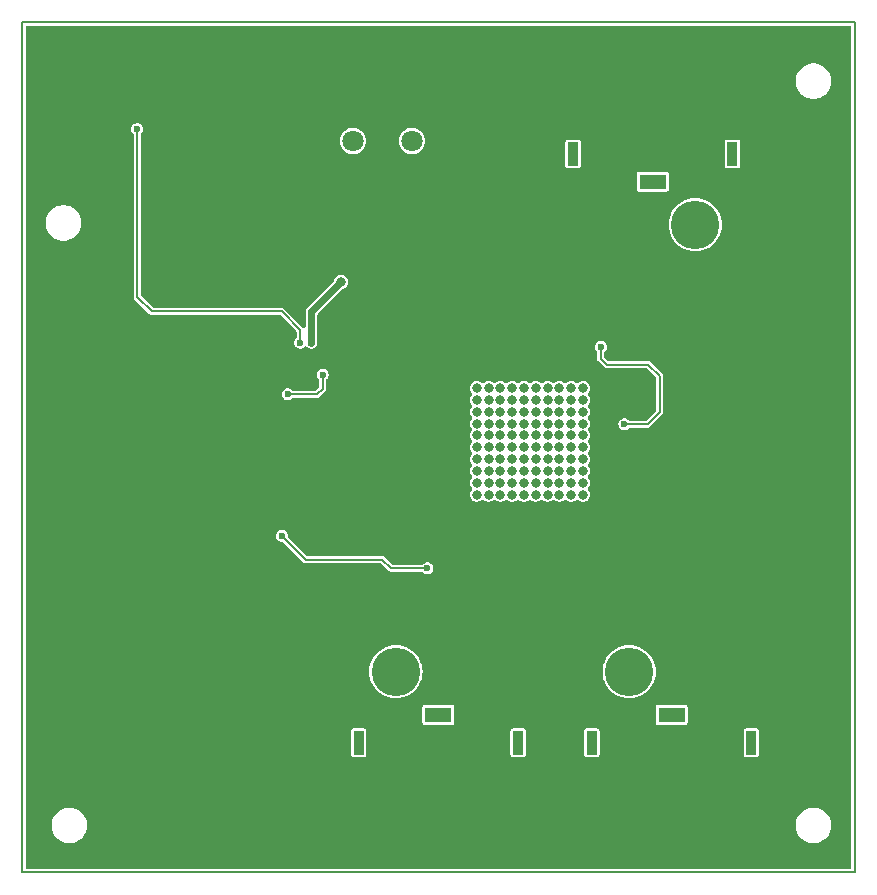
<source format=gbr>
%TF.GenerationSoftware,KiCad,Pcbnew,8.0.6*%
%TF.CreationDate,2025-03-28T18:59:19-04:00*%
%TF.ProjectId,Electrical schematic,456c6563-7472-4696-9361-6c2073636865,rev?*%
%TF.SameCoordinates,Original*%
%TF.FileFunction,Copper,L2,Bot*%
%TF.FilePolarity,Positive*%
%FSLAX46Y46*%
G04 Gerber Fmt 4.6, Leading zero omitted, Abs format (unit mm)*
G04 Created by KiCad (PCBNEW 8.0.6) date 2025-03-28 18:59:19*
%MOMM*%
%LPD*%
G01*
G04 APERTURE LIST*
G04 Aperture macros list*
%AMRoundRect*
0 Rectangle with rounded corners*
0 $1 Rounding radius*
0 $2 $3 $4 $5 $6 $7 $8 $9 X,Y pos of 4 corners*
0 Add a 4 corners polygon primitive as box body*
4,1,4,$2,$3,$4,$5,$6,$7,$8,$9,$2,$3,0*
0 Add four circle primitives for the rounded corners*
1,1,$1+$1,$2,$3*
1,1,$1+$1,$4,$5*
1,1,$1+$1,$6,$7*
1,1,$1+$1,$8,$9*
0 Add four rect primitives between the rounded corners*
20,1,$1+$1,$2,$3,$4,$5,0*
20,1,$1+$1,$4,$5,$6,$7,0*
20,1,$1+$1,$6,$7,$8,$9,0*
20,1,$1+$1,$8,$9,$2,$3,0*%
G04 Aperture macros list end*
%TA.AperFunction,NonConductor*%
%ADD10C,0.200000*%
%TD*%
%TA.AperFunction,ComponentPad*%
%ADD11C,1.803400*%
%TD*%
%TA.AperFunction,ComponentPad*%
%ADD12R,0.900000X2.000000*%
%TD*%
%TA.AperFunction,ComponentPad*%
%ADD13RoundRect,1.025000X1.025000X1.025000X-1.025000X1.025000X-1.025000X-1.025000X1.025000X-1.025000X0*%
%TD*%
%TA.AperFunction,ComponentPad*%
%ADD14C,4.100000*%
%TD*%
%TA.AperFunction,ComponentPad*%
%ADD15R,2.300000X1.300000*%
%TD*%
%TA.AperFunction,ComponentPad*%
%ADD16RoundRect,1.025000X-1.025000X-1.025000X1.025000X-1.025000X1.025000X1.025000X-1.025000X1.025000X0*%
%TD*%
%TA.AperFunction,ViaPad*%
%ADD17C,1.000000*%
%TD*%
%TA.AperFunction,ViaPad*%
%ADD18C,0.800000*%
%TD*%
%TA.AperFunction,ViaPad*%
%ADD19C,0.600000*%
%TD*%
%TA.AperFunction,Conductor*%
%ADD20C,0.600000*%
%TD*%
%TA.AperFunction,Conductor*%
%ADD21C,0.200000*%
%TD*%
G04 APERTURE END LIST*
D10*
X93000000Y-61500000D02*
X163500000Y-61500000D01*
X163500000Y-133500000D01*
X93000000Y-133500000D01*
X93000000Y-61500000D01*
D11*
%TO.P,U5,5*%
%TO.N,N/C*%
X126017400Y-71570102D03*
%TO.P,U5,6*%
X121017400Y-71570102D03*
%TD*%
D12*
%TO.P,J3,*%
%TO.N,*%
X154750000Y-122500000D03*
X141250000Y-122500000D03*
D13*
%TO.P,J3,1,+*%
%TO.N,GND*%
X151600000Y-116500000D03*
D14*
%TO.P,J3,2,-*%
%TO.N,/Buck Converter/Vin (12V)*%
X144400000Y-116500000D03*
D15*
%TO.P,J3,3*%
%TO.N,N/C*%
X148000000Y-120150000D03*
%TD*%
D12*
%TO.P,J2,*%
%TO.N,*%
X135000000Y-122500000D03*
X121500000Y-122500000D03*
D13*
%TO.P,J2,1,+*%
%TO.N,GND*%
X131850000Y-116500000D03*
D14*
%TO.P,J2,2,-*%
%TO.N,/Current Sensor/CURRENT IN*%
X124650000Y-116500000D03*
D15*
%TO.P,J2,3*%
%TO.N,N/C*%
X128250000Y-120150000D03*
%TD*%
D12*
%TO.P,J5,*%
%TO.N,*%
X139650000Y-72650000D03*
X153150000Y-72650000D03*
D16*
%TO.P,J5,1,+*%
%TO.N,GND*%
X142800000Y-78650000D03*
D14*
%TO.P,J5,2,-*%
%TO.N,/Buck Converter/Vout (5V 5A)*%
X150000000Y-78650000D03*
D15*
%TO.P,J5,3*%
%TO.N,N/C*%
X146400000Y-75000000D03*
%TD*%
D17*
%TO.N,GND*%
X156255900Y-105467600D03*
X156255900Y-88532400D03*
X143705598Y-86000000D03*
D18*
%TO.N,/Buck Converter/Vout (5V 5A)*%
X120000000Y-83500000D03*
D19*
X117500000Y-88647450D03*
%TO.N,Net-(U4-S)*%
X116549999Y-88647450D03*
X102750000Y-70549501D03*
D17*
%TO.N,GND*%
X144000000Y-96810000D03*
X97750000Y-70549501D03*
X120517401Y-75770101D03*
X117500000Y-91352550D03*
D19*
X122147450Y-96000000D03*
X118500000Y-97549999D03*
D17*
X119962500Y-108500000D03*
X119962500Y-103500000D03*
D19*
%TO.N,/Current Sensor/VOLTAGE OUT (of reading)*%
X118450001Y-91352550D03*
X115500000Y-93000000D03*
X127325001Y-107730000D03*
X115000000Y-105000000D03*
D17*
%TO.N,GND*%
X127325001Y-105190000D03*
X156255900Y-97000000D03*
D19*
%TO.N,Net-(U1-FB)*%
X142000000Y-89000000D03*
X144000000Y-95540000D03*
D18*
%TO.N,unconnected-(U1-Pad8)*%
X137500000Y-92500000D03*
X140500000Y-92500000D03*
X139500000Y-92500000D03*
X135500000Y-92500000D03*
X133500000Y-93500000D03*
X136500000Y-92500000D03*
X132500000Y-92500000D03*
X139500000Y-93500000D03*
X139500000Y-94500000D03*
X138500000Y-93500000D03*
X136500000Y-95500000D03*
X135500000Y-94500000D03*
X135500000Y-95500000D03*
X139500000Y-96500000D03*
X134500000Y-97500000D03*
X134500000Y-94500000D03*
X136500000Y-98500000D03*
X139500000Y-98500000D03*
X133500000Y-98500000D03*
X133500000Y-95500000D03*
X135500000Y-97500000D03*
X138500000Y-98500000D03*
X139500000Y-100500000D03*
X137500000Y-97500000D03*
X133500000Y-94500000D03*
X140500000Y-97500000D03*
X139500000Y-97500000D03*
X134500000Y-92500000D03*
X138500000Y-95500000D03*
X133500000Y-97500000D03*
X138500000Y-97500000D03*
X140500000Y-95500000D03*
X138500000Y-94500000D03*
X136500000Y-94500000D03*
X137500000Y-96500000D03*
X135500000Y-98500000D03*
X136500000Y-97500000D03*
X137500000Y-99500000D03*
X133500000Y-96500000D03*
X140500000Y-98500000D03*
X139500000Y-99500000D03*
X137500000Y-93500000D03*
X136500000Y-93500000D03*
X138500000Y-96500000D03*
X137500000Y-98500000D03*
X138500000Y-99500000D03*
X137500000Y-95500000D03*
X139500000Y-95500000D03*
X137500000Y-94500000D03*
X135500000Y-93500000D03*
X134500000Y-96500000D03*
X140500000Y-100500000D03*
X136500000Y-96500000D03*
X140500000Y-96500000D03*
X140500000Y-99500000D03*
X138500000Y-101500000D03*
X135500000Y-100500000D03*
X136500000Y-100500000D03*
X137500000Y-100500000D03*
X138500000Y-100500000D03*
X131500000Y-99500000D03*
X140500000Y-94500000D03*
X131500000Y-97500000D03*
X131500000Y-101500000D03*
X131500000Y-100500000D03*
X136500000Y-101500000D03*
X134500000Y-101500000D03*
X133500000Y-100500000D03*
X132500000Y-94500000D03*
X132500000Y-99500000D03*
X132500000Y-100500000D03*
X136500000Y-99500000D03*
X131500000Y-94500000D03*
X135500000Y-101500000D03*
X132500000Y-101500000D03*
X132500000Y-97500000D03*
X131500000Y-92500000D03*
X134500000Y-93500000D03*
X135500000Y-96500000D03*
X131500000Y-95500000D03*
X133500000Y-101500000D03*
X133500000Y-99500000D03*
X132500000Y-93500000D03*
X132500000Y-95500000D03*
X140500000Y-101500000D03*
X140500000Y-93500000D03*
X134500000Y-95500000D03*
X134500000Y-98500000D03*
X131500000Y-96500000D03*
X133500000Y-92500000D03*
X134500000Y-99500000D03*
X137500000Y-101500000D03*
X131500000Y-98500000D03*
X131500000Y-93500000D03*
X134500000Y-100500000D03*
X132500000Y-96500000D03*
X135500000Y-99500000D03*
X138500000Y-92500000D03*
X132500000Y-98500000D03*
X139500000Y-101500000D03*
%TD*%
D20*
%TO.N,/Buck Converter/Vout (5V 5A)*%
X117500000Y-86000000D02*
X120000000Y-83500000D01*
X117500000Y-88647450D02*
X117500000Y-86000000D01*
D21*
%TO.N,Net-(U4-S)*%
X104000000Y-86000000D02*
X102750000Y-84750000D01*
X115000000Y-86000000D02*
X104000000Y-86000000D01*
X102750000Y-84750000D02*
X102750000Y-70549501D01*
X116549999Y-88647450D02*
X116549999Y-87549999D01*
X116549999Y-87549999D02*
X115000000Y-86000000D01*
%TO.N,/Current Sensor/VOLTAGE OUT (of reading)*%
X118450001Y-92549999D02*
X118450001Y-91352550D01*
X118000000Y-93000000D02*
X118450001Y-92549999D01*
X115500000Y-93000000D02*
X118000000Y-93000000D01*
X124230000Y-107730000D02*
X127325001Y-107730000D01*
X123500000Y-107000000D02*
X124230000Y-107730000D01*
X115000000Y-105000000D02*
X117000000Y-107000000D01*
X117000000Y-107000000D02*
X123500000Y-107000000D01*
%TO.N,Net-(U1-FB)*%
X142500000Y-90500000D02*
X142000000Y-90000000D01*
X142000000Y-90000000D02*
X142000000Y-89000000D01*
X146000000Y-90500000D02*
X142500000Y-90500000D01*
X147000000Y-91500000D02*
X146000000Y-90500000D01*
X145960000Y-95540000D02*
X147000000Y-94500000D01*
X144000000Y-95540000D02*
X145960000Y-95540000D01*
X147000000Y-94500000D02*
X147000000Y-91500000D01*
%TD*%
%TA.AperFunction,Conductor*%
%TO.N,GND*%
G36*
X163142539Y-61820185D02*
G01*
X163188294Y-61872989D01*
X163199500Y-61924500D01*
X163199500Y-133075500D01*
X163179815Y-133142539D01*
X163127011Y-133188294D01*
X163075500Y-133199500D01*
X93424500Y-133199500D01*
X93357461Y-133179815D01*
X93311706Y-133127011D01*
X93300500Y-133075500D01*
X93300500Y-129381902D01*
X95499500Y-129381902D01*
X95499500Y-129618097D01*
X95536446Y-129851368D01*
X95609433Y-130075996D01*
X95716657Y-130286433D01*
X95855483Y-130477510D01*
X96022490Y-130644517D01*
X96213567Y-130783343D01*
X96312991Y-130834002D01*
X96424003Y-130890566D01*
X96424005Y-130890566D01*
X96424008Y-130890568D01*
X96544412Y-130929689D01*
X96648631Y-130963553D01*
X96881903Y-131000500D01*
X96881908Y-131000500D01*
X97118097Y-131000500D01*
X97351368Y-130963553D01*
X97575992Y-130890568D01*
X97786433Y-130783343D01*
X97977510Y-130644517D01*
X98144517Y-130477510D01*
X98283343Y-130286433D01*
X98390568Y-130075992D01*
X98463553Y-129851368D01*
X98500500Y-129618097D01*
X98500500Y-129381902D01*
X158499500Y-129381902D01*
X158499500Y-129618097D01*
X158536446Y-129851368D01*
X158609433Y-130075996D01*
X158716657Y-130286433D01*
X158855483Y-130477510D01*
X159022490Y-130644517D01*
X159213567Y-130783343D01*
X159312991Y-130834002D01*
X159424003Y-130890566D01*
X159424005Y-130890566D01*
X159424008Y-130890568D01*
X159544412Y-130929689D01*
X159648631Y-130963553D01*
X159881903Y-131000500D01*
X159881908Y-131000500D01*
X160118097Y-131000500D01*
X160351368Y-130963553D01*
X160575992Y-130890568D01*
X160786433Y-130783343D01*
X160977510Y-130644517D01*
X161144517Y-130477510D01*
X161283343Y-130286433D01*
X161390568Y-130075992D01*
X161463553Y-129851368D01*
X161500500Y-129618097D01*
X161500500Y-129381902D01*
X161463553Y-129148631D01*
X161390566Y-128924003D01*
X161283342Y-128713566D01*
X161144517Y-128522490D01*
X160977510Y-128355483D01*
X160786433Y-128216657D01*
X160575996Y-128109433D01*
X160351368Y-128036446D01*
X160118097Y-127999500D01*
X160118092Y-127999500D01*
X159881908Y-127999500D01*
X159881903Y-127999500D01*
X159648631Y-128036446D01*
X159424003Y-128109433D01*
X159213566Y-128216657D01*
X159104550Y-128295862D01*
X159022490Y-128355483D01*
X159022488Y-128355485D01*
X159022487Y-128355485D01*
X158855485Y-128522487D01*
X158855485Y-128522488D01*
X158855483Y-128522490D01*
X158795862Y-128604550D01*
X158716657Y-128713566D01*
X158609433Y-128924003D01*
X158536446Y-129148631D01*
X158499500Y-129381902D01*
X98500500Y-129381902D01*
X98463553Y-129148631D01*
X98390566Y-128924003D01*
X98283342Y-128713566D01*
X98144517Y-128522490D01*
X97977510Y-128355483D01*
X97786433Y-128216657D01*
X97575996Y-128109433D01*
X97351368Y-128036446D01*
X97118097Y-127999500D01*
X97118092Y-127999500D01*
X96881908Y-127999500D01*
X96881903Y-127999500D01*
X96648631Y-128036446D01*
X96424003Y-128109433D01*
X96213566Y-128216657D01*
X96104550Y-128295862D01*
X96022490Y-128355483D01*
X96022488Y-128355485D01*
X96022487Y-128355485D01*
X95855485Y-128522487D01*
X95855485Y-128522488D01*
X95855483Y-128522490D01*
X95795862Y-128604550D01*
X95716657Y-128713566D01*
X95609433Y-128924003D01*
X95536446Y-129148631D01*
X95499500Y-129381902D01*
X93300500Y-129381902D01*
X93300500Y-121480247D01*
X120849500Y-121480247D01*
X120849500Y-123519752D01*
X120861131Y-123578229D01*
X120861132Y-123578230D01*
X120905447Y-123644552D01*
X120971769Y-123688867D01*
X120971770Y-123688868D01*
X121030247Y-123700499D01*
X121030250Y-123700500D01*
X121030252Y-123700500D01*
X121969750Y-123700500D01*
X121969751Y-123700499D01*
X121984568Y-123697552D01*
X122028229Y-123688868D01*
X122028229Y-123688867D01*
X122028231Y-123688867D01*
X122094552Y-123644552D01*
X122138867Y-123578231D01*
X122138867Y-123578229D01*
X122138868Y-123578229D01*
X122150499Y-123519752D01*
X122150500Y-123519750D01*
X122150500Y-121480249D01*
X122150499Y-121480247D01*
X134349500Y-121480247D01*
X134349500Y-123519752D01*
X134361131Y-123578229D01*
X134361132Y-123578230D01*
X134405447Y-123644552D01*
X134471769Y-123688867D01*
X134471770Y-123688868D01*
X134530247Y-123700499D01*
X134530250Y-123700500D01*
X134530252Y-123700500D01*
X135469750Y-123700500D01*
X135469751Y-123700499D01*
X135484568Y-123697552D01*
X135528229Y-123688868D01*
X135528229Y-123688867D01*
X135528231Y-123688867D01*
X135594552Y-123644552D01*
X135638867Y-123578231D01*
X135638867Y-123578229D01*
X135638868Y-123578229D01*
X135650499Y-123519752D01*
X135650500Y-123519750D01*
X135650500Y-121480249D01*
X135650499Y-121480247D01*
X140599500Y-121480247D01*
X140599500Y-123519752D01*
X140611131Y-123578229D01*
X140611132Y-123578230D01*
X140655447Y-123644552D01*
X140721769Y-123688867D01*
X140721770Y-123688868D01*
X140780247Y-123700499D01*
X140780250Y-123700500D01*
X140780252Y-123700500D01*
X141719750Y-123700500D01*
X141719751Y-123700499D01*
X141734568Y-123697552D01*
X141778229Y-123688868D01*
X141778229Y-123688867D01*
X141778231Y-123688867D01*
X141844552Y-123644552D01*
X141888867Y-123578231D01*
X141888867Y-123578229D01*
X141888868Y-123578229D01*
X141900499Y-123519752D01*
X141900500Y-123519750D01*
X141900500Y-121480249D01*
X141900499Y-121480247D01*
X154099500Y-121480247D01*
X154099500Y-123519752D01*
X154111131Y-123578229D01*
X154111132Y-123578230D01*
X154155447Y-123644552D01*
X154221769Y-123688867D01*
X154221770Y-123688868D01*
X154280247Y-123700499D01*
X154280250Y-123700500D01*
X154280252Y-123700500D01*
X155219750Y-123700500D01*
X155219751Y-123700499D01*
X155234568Y-123697552D01*
X155278229Y-123688868D01*
X155278229Y-123688867D01*
X155278231Y-123688867D01*
X155344552Y-123644552D01*
X155388867Y-123578231D01*
X155388867Y-123578229D01*
X155388868Y-123578229D01*
X155400499Y-123519752D01*
X155400500Y-123519750D01*
X155400500Y-121480249D01*
X155400499Y-121480247D01*
X155388868Y-121421770D01*
X155388867Y-121421769D01*
X155344552Y-121355447D01*
X155278230Y-121311132D01*
X155278229Y-121311131D01*
X155219752Y-121299500D01*
X155219748Y-121299500D01*
X154280252Y-121299500D01*
X154280247Y-121299500D01*
X154221770Y-121311131D01*
X154221769Y-121311132D01*
X154155447Y-121355447D01*
X154111132Y-121421769D01*
X154111131Y-121421770D01*
X154099500Y-121480247D01*
X141900499Y-121480247D01*
X141888868Y-121421770D01*
X141888867Y-121421769D01*
X141844552Y-121355447D01*
X141778230Y-121311132D01*
X141778229Y-121311131D01*
X141719752Y-121299500D01*
X141719748Y-121299500D01*
X140780252Y-121299500D01*
X140780247Y-121299500D01*
X140721770Y-121311131D01*
X140721769Y-121311132D01*
X140655447Y-121355447D01*
X140611132Y-121421769D01*
X140611131Y-121421770D01*
X140599500Y-121480247D01*
X135650499Y-121480247D01*
X135638868Y-121421770D01*
X135638867Y-121421769D01*
X135594552Y-121355447D01*
X135528230Y-121311132D01*
X135528229Y-121311131D01*
X135469752Y-121299500D01*
X135469748Y-121299500D01*
X134530252Y-121299500D01*
X134530247Y-121299500D01*
X134471770Y-121311131D01*
X134471769Y-121311132D01*
X134405447Y-121355447D01*
X134361132Y-121421769D01*
X134361131Y-121421770D01*
X134349500Y-121480247D01*
X122150499Y-121480247D01*
X122138868Y-121421770D01*
X122138867Y-121421769D01*
X122094552Y-121355447D01*
X122028230Y-121311132D01*
X122028229Y-121311131D01*
X121969752Y-121299500D01*
X121969748Y-121299500D01*
X121030252Y-121299500D01*
X121030247Y-121299500D01*
X120971770Y-121311131D01*
X120971769Y-121311132D01*
X120905447Y-121355447D01*
X120861132Y-121421769D01*
X120861131Y-121421770D01*
X120849500Y-121480247D01*
X93300500Y-121480247D01*
X93300500Y-119480247D01*
X126899500Y-119480247D01*
X126899500Y-120819752D01*
X126911131Y-120878229D01*
X126911132Y-120878230D01*
X126955447Y-120944552D01*
X127021769Y-120988867D01*
X127021770Y-120988868D01*
X127080247Y-121000499D01*
X127080250Y-121000500D01*
X127080252Y-121000500D01*
X129419750Y-121000500D01*
X129419751Y-121000499D01*
X129434568Y-120997552D01*
X129478229Y-120988868D01*
X129478229Y-120988867D01*
X129478231Y-120988867D01*
X129544552Y-120944552D01*
X129588867Y-120878231D01*
X129588867Y-120878229D01*
X129588868Y-120878229D01*
X129600499Y-120819752D01*
X129600500Y-120819750D01*
X129600500Y-119480249D01*
X129600499Y-119480247D01*
X146649500Y-119480247D01*
X146649500Y-120819752D01*
X146661131Y-120878229D01*
X146661132Y-120878230D01*
X146705447Y-120944552D01*
X146771769Y-120988867D01*
X146771770Y-120988868D01*
X146830247Y-121000499D01*
X146830250Y-121000500D01*
X146830252Y-121000500D01*
X149169750Y-121000500D01*
X149169751Y-121000499D01*
X149184568Y-120997552D01*
X149228229Y-120988868D01*
X149228229Y-120988867D01*
X149228231Y-120988867D01*
X149294552Y-120944552D01*
X149338867Y-120878231D01*
X149338867Y-120878229D01*
X149338868Y-120878229D01*
X149350499Y-120819752D01*
X149350500Y-120819750D01*
X149350500Y-119480249D01*
X149350499Y-119480247D01*
X149338868Y-119421770D01*
X149338867Y-119421769D01*
X149294552Y-119355447D01*
X149228230Y-119311132D01*
X149228229Y-119311131D01*
X149169752Y-119299500D01*
X149169748Y-119299500D01*
X146830252Y-119299500D01*
X146830247Y-119299500D01*
X146771770Y-119311131D01*
X146771769Y-119311132D01*
X146705447Y-119355447D01*
X146661132Y-119421769D01*
X146661131Y-119421770D01*
X146649500Y-119480247D01*
X129600499Y-119480247D01*
X129588868Y-119421770D01*
X129588867Y-119421769D01*
X129544552Y-119355447D01*
X129478230Y-119311132D01*
X129478229Y-119311131D01*
X129419752Y-119299500D01*
X129419748Y-119299500D01*
X127080252Y-119299500D01*
X127080247Y-119299500D01*
X127021770Y-119311131D01*
X127021769Y-119311132D01*
X126955447Y-119355447D01*
X126911132Y-119421769D01*
X126911131Y-119421770D01*
X126899500Y-119480247D01*
X93300500Y-119480247D01*
X93300500Y-116499992D01*
X122394671Y-116499992D01*
X122394671Y-116500007D01*
X122413964Y-116794363D01*
X122413965Y-116794373D01*
X122413966Y-116794380D01*
X122413968Y-116794390D01*
X122471518Y-117083716D01*
X122471521Y-117083730D01*
X122566349Y-117363080D01*
X122696825Y-117627660D01*
X122696829Y-117627667D01*
X122860725Y-117872955D01*
X123055241Y-118094758D01*
X123277043Y-118289273D01*
X123522335Y-118453172D01*
X123786923Y-118583652D01*
X124066278Y-118678481D01*
X124355620Y-118736034D01*
X124383888Y-118737886D01*
X124649993Y-118755329D01*
X124650000Y-118755329D01*
X124650007Y-118755329D01*
X124885675Y-118739881D01*
X124944380Y-118736034D01*
X125233722Y-118678481D01*
X125513077Y-118583652D01*
X125777665Y-118453172D01*
X126022957Y-118289273D01*
X126244758Y-118094758D01*
X126439273Y-117872957D01*
X126603172Y-117627665D01*
X126733652Y-117363077D01*
X126828481Y-117083722D01*
X126886034Y-116794380D01*
X126905329Y-116500000D01*
X126905329Y-116499992D01*
X142144671Y-116499992D01*
X142144671Y-116500007D01*
X142163964Y-116794363D01*
X142163965Y-116794373D01*
X142163966Y-116794380D01*
X142163968Y-116794390D01*
X142221518Y-117083716D01*
X142221521Y-117083730D01*
X142316349Y-117363080D01*
X142446825Y-117627660D01*
X142446829Y-117627667D01*
X142610725Y-117872955D01*
X142805241Y-118094758D01*
X143027043Y-118289273D01*
X143272335Y-118453172D01*
X143536923Y-118583652D01*
X143816278Y-118678481D01*
X144105620Y-118736034D01*
X144133888Y-118737886D01*
X144399993Y-118755329D01*
X144400000Y-118755329D01*
X144400007Y-118755329D01*
X144635675Y-118739881D01*
X144694380Y-118736034D01*
X144983722Y-118678481D01*
X145263077Y-118583652D01*
X145527665Y-118453172D01*
X145772957Y-118289273D01*
X145994758Y-118094758D01*
X146189273Y-117872957D01*
X146353172Y-117627665D01*
X146483652Y-117363077D01*
X146578481Y-117083722D01*
X146636034Y-116794380D01*
X146655329Y-116500000D01*
X146655329Y-116499992D01*
X146636035Y-116205636D01*
X146636034Y-116205620D01*
X146578481Y-115916278D01*
X146483652Y-115636923D01*
X146353172Y-115372336D01*
X146189273Y-115127043D01*
X146146655Y-115078447D01*
X145994758Y-114905241D01*
X145772955Y-114710725D01*
X145527667Y-114546829D01*
X145527660Y-114546825D01*
X145263080Y-114416349D01*
X144983730Y-114321521D01*
X144983724Y-114321519D01*
X144983722Y-114321519D01*
X144694380Y-114263966D01*
X144694373Y-114263965D01*
X144694363Y-114263964D01*
X144400007Y-114244671D01*
X144399993Y-114244671D01*
X144105636Y-114263964D01*
X144105624Y-114263965D01*
X144105620Y-114263966D01*
X144105612Y-114263967D01*
X144105609Y-114263968D01*
X143816283Y-114321518D01*
X143816269Y-114321521D01*
X143536919Y-114416349D01*
X143272334Y-114546828D01*
X143027041Y-114710728D01*
X142805241Y-114905241D01*
X142610728Y-115127041D01*
X142446828Y-115372334D01*
X142316349Y-115636919D01*
X142221521Y-115916269D01*
X142221518Y-115916283D01*
X142163968Y-116205609D01*
X142163964Y-116205636D01*
X142144671Y-116499992D01*
X126905329Y-116499992D01*
X126886035Y-116205636D01*
X126886034Y-116205620D01*
X126828481Y-115916278D01*
X126733652Y-115636923D01*
X126603172Y-115372336D01*
X126439273Y-115127043D01*
X126396655Y-115078447D01*
X126244758Y-114905241D01*
X126022955Y-114710725D01*
X125777667Y-114546829D01*
X125777660Y-114546825D01*
X125513080Y-114416349D01*
X125233730Y-114321521D01*
X125233724Y-114321519D01*
X125233722Y-114321519D01*
X124944380Y-114263966D01*
X124944373Y-114263965D01*
X124944363Y-114263964D01*
X124650007Y-114244671D01*
X124649993Y-114244671D01*
X124355636Y-114263964D01*
X124355624Y-114263965D01*
X124355620Y-114263966D01*
X124355612Y-114263967D01*
X124355609Y-114263968D01*
X124066283Y-114321518D01*
X124066269Y-114321521D01*
X123786919Y-114416349D01*
X123522334Y-114546828D01*
X123277041Y-114710728D01*
X123055241Y-114905241D01*
X122860728Y-115127041D01*
X122696828Y-115372334D01*
X122566349Y-115636919D01*
X122471521Y-115916269D01*
X122471518Y-115916283D01*
X122413968Y-116205609D01*
X122413964Y-116205636D01*
X122394671Y-116499992D01*
X93300500Y-116499992D01*
X93300500Y-105000000D01*
X114494353Y-105000000D01*
X114514834Y-105142456D01*
X114574622Y-105273371D01*
X114574623Y-105273373D01*
X114668872Y-105382143D01*
X114789947Y-105459953D01*
X114789950Y-105459954D01*
X114789949Y-105459954D01*
X114897107Y-105491417D01*
X114925280Y-105499690D01*
X114928036Y-105500499D01*
X114928038Y-105500500D01*
X115024167Y-105500500D01*
X115091206Y-105520185D01*
X115111848Y-105536819D01*
X116759540Y-107184511D01*
X116815489Y-107240460D01*
X116815491Y-107240461D01*
X116815495Y-107240464D01*
X116866732Y-107270045D01*
X116884011Y-107280021D01*
X116960438Y-107300500D01*
X123324167Y-107300500D01*
X123391206Y-107320185D01*
X123411848Y-107336819D01*
X123989540Y-107914511D01*
X124045489Y-107970460D01*
X124045491Y-107970461D01*
X124045495Y-107970464D01*
X124102493Y-108003371D01*
X124114011Y-108010021D01*
X124190438Y-108030500D01*
X124269562Y-108030500D01*
X126866500Y-108030500D01*
X126933539Y-108050185D01*
X126960212Y-108073296D01*
X126993873Y-108112143D01*
X127114948Y-108189953D01*
X127114951Y-108189954D01*
X127114950Y-108189954D01*
X127253037Y-108230499D01*
X127253039Y-108230500D01*
X127253040Y-108230500D01*
X127396963Y-108230500D01*
X127396963Y-108230499D01*
X127535054Y-108189953D01*
X127656129Y-108112143D01*
X127750378Y-108003373D01*
X127810166Y-107872457D01*
X127830648Y-107730000D01*
X127810166Y-107587543D01*
X127750378Y-107456627D01*
X127656129Y-107347857D01*
X127535054Y-107270047D01*
X127535052Y-107270046D01*
X127535050Y-107270045D01*
X127535051Y-107270045D01*
X127396964Y-107229500D01*
X127396962Y-107229500D01*
X127253040Y-107229500D01*
X127253037Y-107229500D01*
X127114950Y-107270045D01*
X126993874Y-107347856D01*
X126960213Y-107386703D01*
X126901434Y-107424477D01*
X126866500Y-107429500D01*
X124405833Y-107429500D01*
X124338794Y-107409815D01*
X124318152Y-107393181D01*
X123684512Y-106759541D01*
X123684504Y-106759535D01*
X123615995Y-106719982D01*
X123615990Y-106719979D01*
X123590513Y-106713152D01*
X123539562Y-106699500D01*
X123539560Y-106699500D01*
X117175833Y-106699500D01*
X117108794Y-106679815D01*
X117088152Y-106663181D01*
X115539395Y-105114424D01*
X115505910Y-105053101D01*
X115504339Y-105009094D01*
X115505647Y-105000000D01*
X115485165Y-104857543D01*
X115425377Y-104726627D01*
X115331128Y-104617857D01*
X115210053Y-104540047D01*
X115210051Y-104540046D01*
X115210049Y-104540045D01*
X115210050Y-104540045D01*
X115071963Y-104499500D01*
X115071961Y-104499500D01*
X114928039Y-104499500D01*
X114928036Y-104499500D01*
X114789949Y-104540045D01*
X114668873Y-104617856D01*
X114574623Y-104726626D01*
X114574622Y-104726628D01*
X114514834Y-104857543D01*
X114494353Y-105000000D01*
X93300500Y-105000000D01*
X93300500Y-93000000D01*
X114994353Y-93000000D01*
X115014834Y-93142456D01*
X115039817Y-93197160D01*
X115074623Y-93273373D01*
X115168872Y-93382143D01*
X115289947Y-93459953D01*
X115289950Y-93459954D01*
X115289949Y-93459954D01*
X115397107Y-93491417D01*
X115426336Y-93500000D01*
X115428036Y-93500499D01*
X115428038Y-93500500D01*
X115428039Y-93500500D01*
X115571962Y-93500500D01*
X115571962Y-93500499D01*
X115710053Y-93459953D01*
X115831128Y-93382143D01*
X115864788Y-93343296D01*
X115923567Y-93305523D01*
X115958501Y-93300500D01*
X118039560Y-93300500D01*
X118039562Y-93300500D01*
X118115989Y-93280021D01*
X118184511Y-93240460D01*
X118240460Y-93184511D01*
X118690461Y-92734510D01*
X118730023Y-92665987D01*
X118750501Y-92589561D01*
X118750501Y-92510437D01*
X118750501Y-92499998D01*
X130894318Y-92499998D01*
X130894318Y-92500001D01*
X130914955Y-92656760D01*
X130914956Y-92656762D01*
X130975464Y-92802842D01*
X131068826Y-92924514D01*
X131094020Y-92989683D01*
X131079981Y-93058128D01*
X131068826Y-93075486D01*
X130975464Y-93197157D01*
X130914956Y-93343237D01*
X130914955Y-93343239D01*
X130894318Y-93499998D01*
X130894318Y-93500001D01*
X130914955Y-93656760D01*
X130914956Y-93656762D01*
X130975464Y-93802842D01*
X131068826Y-93924514D01*
X131094020Y-93989683D01*
X131079981Y-94058128D01*
X131068826Y-94075486D01*
X130975464Y-94197157D01*
X130914956Y-94343237D01*
X130914955Y-94343239D01*
X130894318Y-94499998D01*
X130894318Y-94500001D01*
X130914955Y-94656760D01*
X130914956Y-94656762D01*
X130975464Y-94802842D01*
X131068826Y-94924514D01*
X131094020Y-94989683D01*
X131079981Y-95058128D01*
X131068826Y-95075486D01*
X130975464Y-95197157D01*
X130914956Y-95343237D01*
X130914955Y-95343239D01*
X130894318Y-95499998D01*
X130894318Y-95500001D01*
X130914955Y-95656760D01*
X130914956Y-95656762D01*
X130975464Y-95802842D01*
X131068826Y-95924514D01*
X131094020Y-95989683D01*
X131079981Y-96058128D01*
X131068826Y-96075486D01*
X130975464Y-96197157D01*
X130914956Y-96343237D01*
X130914955Y-96343239D01*
X130894318Y-96499998D01*
X130894318Y-96500001D01*
X130914955Y-96656760D01*
X130914956Y-96656762D01*
X130975464Y-96802842D01*
X131068826Y-96924514D01*
X131094020Y-96989683D01*
X131079981Y-97058128D01*
X131068826Y-97075486D01*
X130975464Y-97197157D01*
X130914956Y-97343237D01*
X130914955Y-97343239D01*
X130894318Y-97499998D01*
X130894318Y-97500001D01*
X130914955Y-97656760D01*
X130914956Y-97656762D01*
X130975464Y-97802842D01*
X131068826Y-97924514D01*
X131094020Y-97989683D01*
X131079981Y-98058128D01*
X131068826Y-98075486D01*
X130975464Y-98197157D01*
X130914956Y-98343237D01*
X130914955Y-98343239D01*
X130894318Y-98499998D01*
X130894318Y-98500001D01*
X130914955Y-98656760D01*
X130914956Y-98656762D01*
X130975464Y-98802842D01*
X131068826Y-98924514D01*
X131094020Y-98989683D01*
X131079981Y-99058128D01*
X131068826Y-99075486D01*
X130975464Y-99197157D01*
X130914956Y-99343237D01*
X130914955Y-99343239D01*
X130894318Y-99499998D01*
X130894318Y-99500001D01*
X130914955Y-99656760D01*
X130914956Y-99656762D01*
X130975464Y-99802842D01*
X131068826Y-99924514D01*
X131094020Y-99989683D01*
X131079981Y-100058128D01*
X131068826Y-100075486D01*
X130975464Y-100197157D01*
X130914956Y-100343237D01*
X130914955Y-100343239D01*
X130894318Y-100499998D01*
X130894318Y-100500001D01*
X130914955Y-100656760D01*
X130914956Y-100656762D01*
X130975464Y-100802842D01*
X131068826Y-100924514D01*
X131094020Y-100989683D01*
X131079981Y-101058128D01*
X131068826Y-101075486D01*
X130975464Y-101197157D01*
X130914956Y-101343237D01*
X130914955Y-101343239D01*
X130894318Y-101499998D01*
X130894318Y-101500001D01*
X130914955Y-101656760D01*
X130914956Y-101656762D01*
X130975464Y-101802841D01*
X131071718Y-101928282D01*
X131197159Y-102024536D01*
X131343238Y-102085044D01*
X131421619Y-102095363D01*
X131499999Y-102105682D01*
X131500000Y-102105682D01*
X131500001Y-102105682D01*
X131552254Y-102098802D01*
X131656762Y-102085044D01*
X131802841Y-102024536D01*
X131924515Y-101931171D01*
X131989683Y-101905979D01*
X132058127Y-101920017D01*
X132075478Y-101931167D01*
X132197159Y-102024536D01*
X132343238Y-102085044D01*
X132421619Y-102095363D01*
X132499999Y-102105682D01*
X132500000Y-102105682D01*
X132500001Y-102105682D01*
X132552254Y-102098802D01*
X132656762Y-102085044D01*
X132802841Y-102024536D01*
X132924515Y-101931171D01*
X132989683Y-101905979D01*
X133058127Y-101920017D01*
X133075478Y-101931167D01*
X133197159Y-102024536D01*
X133343238Y-102085044D01*
X133421619Y-102095363D01*
X133499999Y-102105682D01*
X133500000Y-102105682D01*
X133500001Y-102105682D01*
X133552254Y-102098802D01*
X133656762Y-102085044D01*
X133802841Y-102024536D01*
X133924515Y-101931171D01*
X133989683Y-101905979D01*
X134058127Y-101920017D01*
X134075478Y-101931167D01*
X134197159Y-102024536D01*
X134343238Y-102085044D01*
X134421619Y-102095363D01*
X134499999Y-102105682D01*
X134500000Y-102105682D01*
X134500001Y-102105682D01*
X134552254Y-102098802D01*
X134656762Y-102085044D01*
X134802841Y-102024536D01*
X134924515Y-101931171D01*
X134989683Y-101905979D01*
X135058127Y-101920017D01*
X135075478Y-101931167D01*
X135197159Y-102024536D01*
X135343238Y-102085044D01*
X135421619Y-102095363D01*
X135499999Y-102105682D01*
X135500000Y-102105682D01*
X135500001Y-102105682D01*
X135552254Y-102098802D01*
X135656762Y-102085044D01*
X135802841Y-102024536D01*
X135924515Y-101931171D01*
X135989683Y-101905979D01*
X136058127Y-101920017D01*
X136075478Y-101931167D01*
X136197159Y-102024536D01*
X136343238Y-102085044D01*
X136421619Y-102095363D01*
X136499999Y-102105682D01*
X136500000Y-102105682D01*
X136500001Y-102105682D01*
X136552254Y-102098802D01*
X136656762Y-102085044D01*
X136802841Y-102024536D01*
X136924515Y-101931171D01*
X136989683Y-101905979D01*
X137058127Y-101920017D01*
X137075478Y-101931167D01*
X137197159Y-102024536D01*
X137343238Y-102085044D01*
X137421619Y-102095363D01*
X137499999Y-102105682D01*
X137500000Y-102105682D01*
X137500001Y-102105682D01*
X137552254Y-102098802D01*
X137656762Y-102085044D01*
X137802841Y-102024536D01*
X137924515Y-101931171D01*
X137989683Y-101905979D01*
X138058127Y-101920017D01*
X138075478Y-101931167D01*
X138197159Y-102024536D01*
X138343238Y-102085044D01*
X138421619Y-102095363D01*
X138499999Y-102105682D01*
X138500000Y-102105682D01*
X138500001Y-102105682D01*
X138552254Y-102098802D01*
X138656762Y-102085044D01*
X138802841Y-102024536D01*
X138924515Y-101931171D01*
X138989683Y-101905979D01*
X139058127Y-101920017D01*
X139075478Y-101931167D01*
X139197159Y-102024536D01*
X139343238Y-102085044D01*
X139421619Y-102095363D01*
X139499999Y-102105682D01*
X139500000Y-102105682D01*
X139500001Y-102105682D01*
X139552254Y-102098802D01*
X139656762Y-102085044D01*
X139802841Y-102024536D01*
X139924515Y-101931171D01*
X139989683Y-101905979D01*
X140058127Y-101920017D01*
X140075478Y-101931167D01*
X140197159Y-102024536D01*
X140343238Y-102085044D01*
X140421619Y-102095363D01*
X140499999Y-102105682D01*
X140500000Y-102105682D01*
X140500001Y-102105682D01*
X140552254Y-102098802D01*
X140656762Y-102085044D01*
X140802841Y-102024536D01*
X140928282Y-101928282D01*
X141024536Y-101802841D01*
X141085044Y-101656762D01*
X141105682Y-101500000D01*
X141085044Y-101343238D01*
X141024536Y-101197159D01*
X140931171Y-101075484D01*
X140905979Y-101010317D01*
X140920017Y-100941873D01*
X140931167Y-100924521D01*
X141024536Y-100802841D01*
X141085044Y-100656762D01*
X141105682Y-100500000D01*
X141085044Y-100343238D01*
X141024536Y-100197159D01*
X140931171Y-100075484D01*
X140905979Y-100010317D01*
X140920017Y-99941873D01*
X140931167Y-99924521D01*
X141024536Y-99802841D01*
X141085044Y-99656762D01*
X141105682Y-99500000D01*
X141085044Y-99343238D01*
X141024536Y-99197159D01*
X140931171Y-99075484D01*
X140905979Y-99010317D01*
X140920017Y-98941873D01*
X140931167Y-98924521D01*
X141024536Y-98802841D01*
X141085044Y-98656762D01*
X141105682Y-98500000D01*
X141085044Y-98343238D01*
X141024536Y-98197159D01*
X140931171Y-98075484D01*
X140905979Y-98010317D01*
X140920017Y-97941873D01*
X140931167Y-97924521D01*
X141024536Y-97802841D01*
X141085044Y-97656762D01*
X141105682Y-97500000D01*
X141085044Y-97343238D01*
X141024536Y-97197159D01*
X140931171Y-97075484D01*
X140905979Y-97010317D01*
X140920017Y-96941873D01*
X140931167Y-96924521D01*
X141024536Y-96802841D01*
X141085044Y-96656762D01*
X141105682Y-96500000D01*
X141085044Y-96343238D01*
X141024536Y-96197159D01*
X140931171Y-96075484D01*
X140905979Y-96010317D01*
X140920017Y-95941873D01*
X140931167Y-95924521D01*
X141024536Y-95802841D01*
X141085044Y-95656762D01*
X141105682Y-95500000D01*
X141085044Y-95343238D01*
X141024536Y-95197159D01*
X140931171Y-95075484D01*
X140905979Y-95010317D01*
X140920017Y-94941873D01*
X140931167Y-94924521D01*
X141024536Y-94802841D01*
X141085044Y-94656762D01*
X141105682Y-94500000D01*
X141085044Y-94343238D01*
X141024536Y-94197159D01*
X140931171Y-94075484D01*
X140905979Y-94010317D01*
X140920017Y-93941873D01*
X140931167Y-93924521D01*
X141024536Y-93802841D01*
X141085044Y-93656762D01*
X141105682Y-93500000D01*
X141085044Y-93343238D01*
X141024536Y-93197159D01*
X140931171Y-93075484D01*
X140905979Y-93010317D01*
X140920017Y-92941873D01*
X140931167Y-92924521D01*
X141024536Y-92802841D01*
X141085044Y-92656762D01*
X141105682Y-92500000D01*
X141085044Y-92343238D01*
X141024536Y-92197159D01*
X140928282Y-92071718D01*
X140802841Y-91975464D01*
X140656762Y-91914956D01*
X140656760Y-91914955D01*
X140500001Y-91894318D01*
X140499999Y-91894318D01*
X140343239Y-91914955D01*
X140343237Y-91914956D01*
X140197157Y-91975464D01*
X140075486Y-92068826D01*
X140010317Y-92094020D01*
X139941872Y-92079981D01*
X139924514Y-92068826D01*
X139802842Y-91975464D01*
X139656762Y-91914956D01*
X139656760Y-91914955D01*
X139500001Y-91894318D01*
X139499999Y-91894318D01*
X139343239Y-91914955D01*
X139343237Y-91914956D01*
X139197157Y-91975464D01*
X139075486Y-92068826D01*
X139010317Y-92094020D01*
X138941872Y-92079981D01*
X138924514Y-92068826D01*
X138802842Y-91975464D01*
X138656762Y-91914956D01*
X138656760Y-91914955D01*
X138500001Y-91894318D01*
X138499999Y-91894318D01*
X138343239Y-91914955D01*
X138343237Y-91914956D01*
X138197157Y-91975464D01*
X138075486Y-92068826D01*
X138010317Y-92094020D01*
X137941872Y-92079981D01*
X137924514Y-92068826D01*
X137802842Y-91975464D01*
X137656762Y-91914956D01*
X137656760Y-91914955D01*
X137500001Y-91894318D01*
X137499999Y-91894318D01*
X137343239Y-91914955D01*
X137343237Y-91914956D01*
X137197157Y-91975464D01*
X137075486Y-92068826D01*
X137010317Y-92094020D01*
X136941872Y-92079981D01*
X136924514Y-92068826D01*
X136802842Y-91975464D01*
X136656762Y-91914956D01*
X136656760Y-91914955D01*
X136500001Y-91894318D01*
X136499999Y-91894318D01*
X136343239Y-91914955D01*
X136343237Y-91914956D01*
X136197157Y-91975464D01*
X136075486Y-92068826D01*
X136010317Y-92094020D01*
X135941872Y-92079981D01*
X135924514Y-92068826D01*
X135802842Y-91975464D01*
X135656762Y-91914956D01*
X135656760Y-91914955D01*
X135500001Y-91894318D01*
X135499999Y-91894318D01*
X135343239Y-91914955D01*
X135343237Y-91914956D01*
X135197157Y-91975464D01*
X135075486Y-92068826D01*
X135010317Y-92094020D01*
X134941872Y-92079981D01*
X134924514Y-92068826D01*
X134802842Y-91975464D01*
X134656762Y-91914956D01*
X134656760Y-91914955D01*
X134500001Y-91894318D01*
X134499999Y-91894318D01*
X134343239Y-91914955D01*
X134343237Y-91914956D01*
X134197157Y-91975464D01*
X134075486Y-92068826D01*
X134010317Y-92094020D01*
X133941872Y-92079981D01*
X133924514Y-92068826D01*
X133802842Y-91975464D01*
X133656762Y-91914956D01*
X133656760Y-91914955D01*
X133500001Y-91894318D01*
X133499999Y-91894318D01*
X133343239Y-91914955D01*
X133343237Y-91914956D01*
X133197157Y-91975464D01*
X133075486Y-92068826D01*
X133010317Y-92094020D01*
X132941872Y-92079981D01*
X132924514Y-92068826D01*
X132802842Y-91975464D01*
X132656762Y-91914956D01*
X132656760Y-91914955D01*
X132500001Y-91894318D01*
X132499999Y-91894318D01*
X132343239Y-91914955D01*
X132343237Y-91914956D01*
X132197157Y-91975464D01*
X132075486Y-92068826D01*
X132010317Y-92094020D01*
X131941872Y-92079981D01*
X131924514Y-92068826D01*
X131802842Y-91975464D01*
X131656762Y-91914956D01*
X131656760Y-91914955D01*
X131500001Y-91894318D01*
X131499999Y-91894318D01*
X131343239Y-91914955D01*
X131343237Y-91914956D01*
X131197160Y-91975463D01*
X131071718Y-92071718D01*
X130975463Y-92197160D01*
X130914956Y-92343237D01*
X130914955Y-92343239D01*
X130894318Y-92499998D01*
X118750501Y-92499998D01*
X118750501Y-91816288D01*
X118770186Y-91749249D01*
X118780788Y-91735085D01*
X118781125Y-91734694D01*
X118781129Y-91734693D01*
X118875378Y-91625923D01*
X118935166Y-91495007D01*
X118955648Y-91352550D01*
X118935166Y-91210093D01*
X118875378Y-91079177D01*
X118781129Y-90970407D01*
X118660054Y-90892597D01*
X118660052Y-90892596D01*
X118660050Y-90892595D01*
X118660051Y-90892595D01*
X118521964Y-90852050D01*
X118521962Y-90852050D01*
X118378040Y-90852050D01*
X118378037Y-90852050D01*
X118239950Y-90892595D01*
X118118874Y-90970406D01*
X118024624Y-91079176D01*
X118024623Y-91079178D01*
X117964835Y-91210093D01*
X117944354Y-91352550D01*
X117964835Y-91495006D01*
X118007374Y-91588152D01*
X118024624Y-91625923D01*
X118118873Y-91734693D01*
X118118876Y-91734694D01*
X118119214Y-91735085D01*
X118148239Y-91798641D01*
X118149501Y-91816288D01*
X118149501Y-92374166D01*
X118129816Y-92441205D01*
X118113182Y-92461847D01*
X117911848Y-92663181D01*
X117850525Y-92696666D01*
X117824167Y-92699500D01*
X115958501Y-92699500D01*
X115891462Y-92679815D01*
X115864788Y-92656703D01*
X115831128Y-92617857D01*
X115710053Y-92540047D01*
X115710051Y-92540046D01*
X115710049Y-92540045D01*
X115710050Y-92540045D01*
X115571963Y-92499500D01*
X115571961Y-92499500D01*
X115428039Y-92499500D01*
X115428036Y-92499500D01*
X115289949Y-92540045D01*
X115168873Y-92617856D01*
X115074623Y-92726626D01*
X115074622Y-92726628D01*
X115014834Y-92857543D01*
X114994353Y-93000000D01*
X93300500Y-93000000D01*
X93300500Y-78381902D01*
X94999500Y-78381902D01*
X94999500Y-78618097D01*
X95036446Y-78851368D01*
X95109433Y-79075996D01*
X95189796Y-79233716D01*
X95216657Y-79286433D01*
X95355483Y-79477510D01*
X95522490Y-79644517D01*
X95713567Y-79783343D01*
X95812991Y-79834002D01*
X95924003Y-79890566D01*
X95924005Y-79890566D01*
X95924008Y-79890568D01*
X96044412Y-79929689D01*
X96148631Y-79963553D01*
X96381903Y-80000500D01*
X96381908Y-80000500D01*
X96618097Y-80000500D01*
X96851368Y-79963553D01*
X97075992Y-79890568D01*
X97286433Y-79783343D01*
X97477510Y-79644517D01*
X97644517Y-79477510D01*
X97783343Y-79286433D01*
X97890568Y-79075992D01*
X97963553Y-78851368D01*
X98000500Y-78618097D01*
X98000500Y-78381902D01*
X97963553Y-78148631D01*
X97890566Y-77924003D01*
X97783342Y-77713566D01*
X97644517Y-77522490D01*
X97477510Y-77355483D01*
X97286433Y-77216657D01*
X97075996Y-77109433D01*
X96851368Y-77036446D01*
X96618097Y-76999500D01*
X96618092Y-76999500D01*
X96381908Y-76999500D01*
X96381903Y-76999500D01*
X96148631Y-77036446D01*
X95924003Y-77109433D01*
X95713566Y-77216657D01*
X95630456Y-77277041D01*
X95522490Y-77355483D01*
X95522488Y-77355485D01*
X95522487Y-77355485D01*
X95355485Y-77522487D01*
X95355485Y-77522488D01*
X95355483Y-77522490D01*
X95295862Y-77604550D01*
X95216657Y-77713566D01*
X95109433Y-77924003D01*
X95036446Y-78148631D01*
X94999500Y-78381902D01*
X93300500Y-78381902D01*
X93300500Y-70549501D01*
X102244353Y-70549501D01*
X102264834Y-70691957D01*
X102324622Y-70822872D01*
X102324623Y-70822874D01*
X102418872Y-70931644D01*
X102418875Y-70931645D01*
X102419213Y-70932036D01*
X102448238Y-70995592D01*
X102449500Y-71013239D01*
X102449500Y-84789562D01*
X102463152Y-84840513D01*
X102469979Y-84865990D01*
X102469982Y-84865995D01*
X102509535Y-84934504D01*
X102509539Y-84934509D01*
X102509540Y-84934511D01*
X103759540Y-86184511D01*
X103815489Y-86240460D01*
X103815491Y-86240461D01*
X103815495Y-86240464D01*
X103847038Y-86258675D01*
X103884011Y-86280021D01*
X103960438Y-86300500D01*
X114824167Y-86300500D01*
X114891206Y-86320185D01*
X114911848Y-86336819D01*
X116213180Y-87638151D01*
X116246665Y-87699474D01*
X116249499Y-87725832D01*
X116249499Y-88183710D01*
X116229814Y-88250749D01*
X116219212Y-88264912D01*
X116124624Y-88374072D01*
X116124621Y-88374078D01*
X116064833Y-88504993D01*
X116044352Y-88647450D01*
X116064833Y-88789906D01*
X116107088Y-88882430D01*
X116124622Y-88920823D01*
X116218871Y-89029593D01*
X116339946Y-89107403D01*
X116339949Y-89107404D01*
X116339948Y-89107404D01*
X116416101Y-89129764D01*
X116459330Y-89142457D01*
X116478035Y-89147949D01*
X116478037Y-89147950D01*
X116478038Y-89147950D01*
X116621961Y-89147950D01*
X116621961Y-89147949D01*
X116758424Y-89107881D01*
X116760049Y-89107404D01*
X116760049Y-89107403D01*
X116760052Y-89107403D01*
X116881127Y-89029593D01*
X116930026Y-88973160D01*
X116988800Y-88935386D01*
X117058670Y-88935385D01*
X117111418Y-88966682D01*
X117130322Y-88985586D01*
X117136354Y-88992065D01*
X117168870Y-89029591D01*
X117168874Y-89029595D01*
X117172928Y-89032200D01*
X117188211Y-89044516D01*
X117192684Y-89047948D01*
X117192686Y-89047950D01*
X117236887Y-89073469D01*
X117241871Y-89076506D01*
X117289947Y-89107403D01*
X117289950Y-89107404D01*
X117289952Y-89107405D01*
X117290994Y-89107881D01*
X117300621Y-89111277D01*
X117306811Y-89113840D01*
X117306814Y-89113842D01*
X117363246Y-89128962D01*
X117363261Y-89128966D01*
X117366098Y-89129762D01*
X117428039Y-89147950D01*
X117571963Y-89147950D01*
X117571963Y-89147949D01*
X117610226Y-89136713D01*
X117633902Y-89129762D01*
X117636681Y-89128981D01*
X117693186Y-89113842D01*
X117693189Y-89113839D01*
X117699367Y-89111282D01*
X117708996Y-89107884D01*
X117710045Y-89107405D01*
X117710053Y-89107403D01*
X117758087Y-89076532D01*
X117763102Y-89073475D01*
X117807314Y-89047950D01*
X117807321Y-89047942D01*
X117811828Y-89044485D01*
X117827067Y-89032202D01*
X117831128Y-89029593D01*
X117856769Y-89000000D01*
X141494353Y-89000000D01*
X141514834Y-89142456D01*
X141574622Y-89273371D01*
X141574623Y-89273373D01*
X141668872Y-89382143D01*
X141668875Y-89382144D01*
X141669213Y-89382535D01*
X141698238Y-89446091D01*
X141699500Y-89463738D01*
X141699500Y-90039562D01*
X141713152Y-90090513D01*
X141719979Y-90115990D01*
X141719982Y-90115995D01*
X141759535Y-90184504D01*
X141759539Y-90184509D01*
X141759540Y-90184511D01*
X142315489Y-90740460D01*
X142384012Y-90780022D01*
X142460438Y-90800500D01*
X145824167Y-90800500D01*
X145891206Y-90820185D01*
X145911848Y-90836819D01*
X146663181Y-91588152D01*
X146696666Y-91649475D01*
X146699500Y-91675833D01*
X146699500Y-94324167D01*
X146679815Y-94391206D01*
X146663181Y-94411848D01*
X145871848Y-95203181D01*
X145810525Y-95236666D01*
X145784167Y-95239500D01*
X144458501Y-95239500D01*
X144391462Y-95219815D01*
X144364788Y-95196703D01*
X144331128Y-95157857D01*
X144210053Y-95080047D01*
X144210051Y-95080046D01*
X144210049Y-95080045D01*
X144210050Y-95080045D01*
X144071963Y-95039500D01*
X144071961Y-95039500D01*
X143928039Y-95039500D01*
X143928036Y-95039500D01*
X143789949Y-95080045D01*
X143668873Y-95157856D01*
X143574623Y-95266626D01*
X143574622Y-95266628D01*
X143514834Y-95397543D01*
X143494353Y-95540000D01*
X143514834Y-95682456D01*
X143574622Y-95813371D01*
X143574623Y-95813373D01*
X143668872Y-95922143D01*
X143789947Y-95999953D01*
X143789950Y-95999954D01*
X143789949Y-95999954D01*
X143928036Y-96040499D01*
X143928038Y-96040500D01*
X143928039Y-96040500D01*
X144071962Y-96040500D01*
X144071962Y-96040499D01*
X144210053Y-95999953D01*
X144331128Y-95922143D01*
X144364788Y-95883296D01*
X144423567Y-95845523D01*
X144458501Y-95840500D01*
X145999560Y-95840500D01*
X145999562Y-95840500D01*
X146075989Y-95820021D01*
X146144511Y-95780460D01*
X146200460Y-95724511D01*
X147240460Y-94684511D01*
X147264017Y-94643709D01*
X147280021Y-94615989D01*
X147300500Y-94539562D01*
X147300500Y-91460438D01*
X147280022Y-91384012D01*
X147240460Y-91315489D01*
X146184511Y-90259540D01*
X146184510Y-90259539D01*
X146184507Y-90259537D01*
X146151462Y-90240459D01*
X146151462Y-90240458D01*
X146151460Y-90240458D01*
X146139083Y-90233312D01*
X146115990Y-90219979D01*
X146115991Y-90219979D01*
X146077775Y-90209739D01*
X146039562Y-90199500D01*
X146039560Y-90199500D01*
X142675833Y-90199500D01*
X142608794Y-90179815D01*
X142588152Y-90163181D01*
X142336819Y-89911848D01*
X142303334Y-89850525D01*
X142300500Y-89824167D01*
X142300500Y-89463738D01*
X142320185Y-89396699D01*
X142330787Y-89382535D01*
X142331124Y-89382144D01*
X142331128Y-89382143D01*
X142425377Y-89273373D01*
X142485165Y-89142457D01*
X142505647Y-89000000D01*
X142485165Y-88857543D01*
X142425377Y-88726627D01*
X142331128Y-88617857D01*
X142210053Y-88540047D01*
X142210051Y-88540046D01*
X142210049Y-88540045D01*
X142210050Y-88540045D01*
X142071963Y-88499500D01*
X142071961Y-88499500D01*
X141928039Y-88499500D01*
X141928036Y-88499500D01*
X141789949Y-88540045D01*
X141668873Y-88617856D01*
X141574623Y-88726626D01*
X141574622Y-88726628D01*
X141514834Y-88857543D01*
X141494353Y-89000000D01*
X117856769Y-89000000D01*
X117863653Y-88992055D01*
X117869673Y-88985590D01*
X117882101Y-88973162D01*
X117900500Y-88954764D01*
X117903628Y-88949344D01*
X117917304Y-88930138D01*
X117925377Y-88920823D01*
X117942912Y-88882424D01*
X117948311Y-88871952D01*
X117966392Y-88840636D01*
X117969952Y-88827348D01*
X117976934Y-88807929D01*
X117985164Y-88789909D01*
X117985163Y-88789909D01*
X117985165Y-88789907D01*
X117990111Y-88755503D01*
X117993074Y-88741056D01*
X117994263Y-88736615D01*
X118000500Y-88713342D01*
X118000500Y-88692117D01*
X118001762Y-88674470D01*
X118005647Y-88647449D01*
X118001762Y-88620427D01*
X118000500Y-88602781D01*
X118000500Y-86258675D01*
X118020185Y-86191636D01*
X118036814Y-86170999D01*
X120087852Y-84119960D01*
X120149173Y-84086477D01*
X120155580Y-84085360D01*
X120156754Y-84085044D01*
X120156762Y-84085044D01*
X120302841Y-84024536D01*
X120428282Y-83928282D01*
X120524536Y-83802841D01*
X120585044Y-83656762D01*
X120605682Y-83500000D01*
X120585044Y-83343238D01*
X120524536Y-83197159D01*
X120428282Y-83071718D01*
X120302841Y-82975464D01*
X120156762Y-82914956D01*
X120156760Y-82914955D01*
X120000001Y-82894318D01*
X119999999Y-82894318D01*
X119843239Y-82914955D01*
X119843237Y-82914956D01*
X119697160Y-82975463D01*
X119571718Y-83071718D01*
X119475463Y-83197160D01*
X119414954Y-83343241D01*
X119412852Y-83351089D01*
X119410911Y-83350569D01*
X119387019Y-83404559D01*
X119380038Y-83412146D01*
X117192686Y-85599500D01*
X117099502Y-85692683D01*
X117099500Y-85692686D01*
X117033608Y-85806812D01*
X116999500Y-85934108D01*
X116999500Y-87275167D01*
X116979815Y-87342206D01*
X116927011Y-87387961D01*
X116857853Y-87397905D01*
X116794297Y-87368880D01*
X116787819Y-87362848D01*
X115184512Y-85759541D01*
X115184504Y-85759535D01*
X115115995Y-85719982D01*
X115115990Y-85719979D01*
X115090513Y-85713152D01*
X115039562Y-85699500D01*
X115039560Y-85699500D01*
X104175833Y-85699500D01*
X104108794Y-85679815D01*
X104088152Y-85663181D01*
X103086819Y-84661848D01*
X103053334Y-84600525D01*
X103050500Y-84574167D01*
X103050500Y-78649992D01*
X147744671Y-78649992D01*
X147744671Y-78650007D01*
X147763964Y-78944363D01*
X147763965Y-78944373D01*
X147763966Y-78944380D01*
X147763968Y-78944390D01*
X147821518Y-79233716D01*
X147821521Y-79233730D01*
X147916349Y-79513080D01*
X148046825Y-79777660D01*
X148046829Y-79777667D01*
X148210725Y-80022955D01*
X148405241Y-80244758D01*
X148627043Y-80439273D01*
X148872335Y-80603172D01*
X149136923Y-80733652D01*
X149416278Y-80828481D01*
X149705620Y-80886034D01*
X149733888Y-80887886D01*
X149999993Y-80905329D01*
X150000000Y-80905329D01*
X150000007Y-80905329D01*
X150235675Y-80889881D01*
X150294380Y-80886034D01*
X150583722Y-80828481D01*
X150863077Y-80733652D01*
X151127665Y-80603172D01*
X151372957Y-80439273D01*
X151594758Y-80244758D01*
X151789273Y-80022957D01*
X151953172Y-79777665D01*
X152083652Y-79513077D01*
X152178481Y-79233722D01*
X152236034Y-78944380D01*
X152255329Y-78650000D01*
X152255329Y-78649992D01*
X152236035Y-78355636D01*
X152236034Y-78355620D01*
X152178481Y-78066278D01*
X152083652Y-77786923D01*
X151953172Y-77522336D01*
X151789273Y-77277043D01*
X151736316Y-77216657D01*
X151594758Y-77055241D01*
X151372955Y-76860725D01*
X151127667Y-76696829D01*
X151127660Y-76696825D01*
X150863080Y-76566349D01*
X150583730Y-76471521D01*
X150583724Y-76471519D01*
X150583722Y-76471519D01*
X150294380Y-76413966D01*
X150294373Y-76413965D01*
X150294363Y-76413964D01*
X150000007Y-76394671D01*
X149999993Y-76394671D01*
X149705636Y-76413964D01*
X149705624Y-76413965D01*
X149705620Y-76413966D01*
X149705612Y-76413967D01*
X149705609Y-76413968D01*
X149416283Y-76471518D01*
X149416269Y-76471521D01*
X149136919Y-76566349D01*
X148872334Y-76696828D01*
X148627041Y-76860728D01*
X148405241Y-77055241D01*
X148210728Y-77277041D01*
X148046828Y-77522334D01*
X147916349Y-77786919D01*
X147821521Y-78066269D01*
X147821518Y-78066283D01*
X147763968Y-78355609D01*
X147763964Y-78355636D01*
X147744671Y-78649992D01*
X103050500Y-78649992D01*
X103050500Y-74330247D01*
X145049500Y-74330247D01*
X145049500Y-75669752D01*
X145061131Y-75728229D01*
X145061132Y-75728230D01*
X145105447Y-75794552D01*
X145171769Y-75838867D01*
X145171770Y-75838868D01*
X145230247Y-75850499D01*
X145230250Y-75850500D01*
X145230252Y-75850500D01*
X147569750Y-75850500D01*
X147569751Y-75850499D01*
X147584568Y-75847552D01*
X147628229Y-75838868D01*
X147628229Y-75838867D01*
X147628231Y-75838867D01*
X147694552Y-75794552D01*
X147738867Y-75728231D01*
X147738867Y-75728229D01*
X147738868Y-75728229D01*
X147750499Y-75669752D01*
X147750500Y-75669750D01*
X147750500Y-74330249D01*
X147750499Y-74330247D01*
X147738868Y-74271770D01*
X147738867Y-74271769D01*
X147694552Y-74205447D01*
X147628230Y-74161132D01*
X147628229Y-74161131D01*
X147569752Y-74149500D01*
X147569748Y-74149500D01*
X145230252Y-74149500D01*
X145230247Y-74149500D01*
X145171770Y-74161131D01*
X145171769Y-74161132D01*
X145105447Y-74205447D01*
X145061132Y-74271769D01*
X145061131Y-74271770D01*
X145049500Y-74330247D01*
X103050500Y-74330247D01*
X103050500Y-71570101D01*
X119910478Y-71570101D01*
X119910478Y-71570102D01*
X119929324Y-71773497D01*
X119985225Y-71969965D01*
X119985230Y-71969978D01*
X120076276Y-72152821D01*
X120199377Y-72315833D01*
X120199381Y-72315837D01*
X120350329Y-72453444D01*
X120350331Y-72453446D01*
X120523998Y-72560976D01*
X120524004Y-72560979D01*
X120564355Y-72576610D01*
X120714476Y-72634768D01*
X120915266Y-72672302D01*
X120915268Y-72672302D01*
X121119532Y-72672302D01*
X121119534Y-72672302D01*
X121320324Y-72634768D01*
X121510798Y-72560978D01*
X121684470Y-72453445D01*
X121835425Y-72315831D01*
X121958524Y-72152821D01*
X122049574Y-71969968D01*
X122105475Y-71773498D01*
X122124322Y-71570102D01*
X122124322Y-71570101D01*
X124910478Y-71570101D01*
X124910478Y-71570102D01*
X124929324Y-71773497D01*
X124985225Y-71969965D01*
X124985230Y-71969978D01*
X125076276Y-72152821D01*
X125199377Y-72315833D01*
X125199381Y-72315837D01*
X125350329Y-72453444D01*
X125350331Y-72453446D01*
X125523998Y-72560976D01*
X125524004Y-72560979D01*
X125564355Y-72576610D01*
X125714476Y-72634768D01*
X125915266Y-72672302D01*
X125915268Y-72672302D01*
X126119532Y-72672302D01*
X126119534Y-72672302D01*
X126320324Y-72634768D01*
X126510798Y-72560978D01*
X126684470Y-72453445D01*
X126835425Y-72315831D01*
X126958524Y-72152821D01*
X127049574Y-71969968D01*
X127105475Y-71773498D01*
X127118749Y-71630247D01*
X138999500Y-71630247D01*
X138999500Y-73669752D01*
X139011131Y-73728229D01*
X139011132Y-73728230D01*
X139055447Y-73794552D01*
X139121769Y-73838867D01*
X139121770Y-73838868D01*
X139180247Y-73850499D01*
X139180250Y-73850500D01*
X139180252Y-73850500D01*
X140119750Y-73850500D01*
X140119751Y-73850499D01*
X140134568Y-73847552D01*
X140178229Y-73838868D01*
X140178229Y-73838867D01*
X140178231Y-73838867D01*
X140244552Y-73794552D01*
X140288867Y-73728231D01*
X140288867Y-73728229D01*
X140288868Y-73728229D01*
X140300499Y-73669752D01*
X140300500Y-73669750D01*
X140300500Y-71630249D01*
X140300499Y-71630247D01*
X152499500Y-71630247D01*
X152499500Y-73669752D01*
X152511131Y-73728229D01*
X152511132Y-73728230D01*
X152555447Y-73794552D01*
X152621769Y-73838867D01*
X152621770Y-73838868D01*
X152680247Y-73850499D01*
X152680250Y-73850500D01*
X152680252Y-73850500D01*
X153619750Y-73850500D01*
X153619751Y-73850499D01*
X153634568Y-73847552D01*
X153678229Y-73838868D01*
X153678229Y-73838867D01*
X153678231Y-73838867D01*
X153744552Y-73794552D01*
X153788867Y-73728231D01*
X153788867Y-73728229D01*
X153788868Y-73728229D01*
X153800499Y-73669752D01*
X153800500Y-73669750D01*
X153800500Y-71630249D01*
X153800499Y-71630247D01*
X153788868Y-71571770D01*
X153788867Y-71571769D01*
X153744552Y-71505447D01*
X153678230Y-71461132D01*
X153678229Y-71461131D01*
X153619752Y-71449500D01*
X153619748Y-71449500D01*
X152680252Y-71449500D01*
X152680247Y-71449500D01*
X152621770Y-71461131D01*
X152621769Y-71461132D01*
X152555447Y-71505447D01*
X152511132Y-71571769D01*
X152511131Y-71571770D01*
X152499500Y-71630247D01*
X140300499Y-71630247D01*
X140288868Y-71571770D01*
X140288867Y-71571769D01*
X140244552Y-71505447D01*
X140178230Y-71461132D01*
X140178229Y-71461131D01*
X140119752Y-71449500D01*
X140119748Y-71449500D01*
X139180252Y-71449500D01*
X139180247Y-71449500D01*
X139121770Y-71461131D01*
X139121769Y-71461132D01*
X139055447Y-71505447D01*
X139011132Y-71571769D01*
X139011131Y-71571770D01*
X138999500Y-71630247D01*
X127118749Y-71630247D01*
X127124322Y-71570102D01*
X127105475Y-71366706D01*
X127049574Y-71170236D01*
X126958524Y-70987383D01*
X126835425Y-70824373D01*
X126835422Y-70824370D01*
X126835418Y-70824366D01*
X126684470Y-70686759D01*
X126684468Y-70686757D01*
X126510801Y-70579227D01*
X126510795Y-70579224D01*
X126360677Y-70521068D01*
X126320324Y-70505436D01*
X126119534Y-70467902D01*
X125915266Y-70467902D01*
X125714476Y-70505436D01*
X125714473Y-70505436D01*
X125714473Y-70505437D01*
X125524004Y-70579224D01*
X125523998Y-70579227D01*
X125350331Y-70686757D01*
X125350329Y-70686759D01*
X125199381Y-70824366D01*
X125199377Y-70824370D01*
X125076276Y-70987382D01*
X124985230Y-71170225D01*
X124985225Y-71170238D01*
X124929324Y-71366706D01*
X124910478Y-71570101D01*
X122124322Y-71570101D01*
X122105475Y-71366706D01*
X122049574Y-71170236D01*
X121958524Y-70987383D01*
X121835425Y-70824373D01*
X121835422Y-70824370D01*
X121835418Y-70824366D01*
X121684470Y-70686759D01*
X121684468Y-70686757D01*
X121510801Y-70579227D01*
X121510795Y-70579224D01*
X121360677Y-70521068D01*
X121320324Y-70505436D01*
X121119534Y-70467902D01*
X120915266Y-70467902D01*
X120714476Y-70505436D01*
X120714473Y-70505436D01*
X120714473Y-70505437D01*
X120524004Y-70579224D01*
X120523998Y-70579227D01*
X120350331Y-70686757D01*
X120350329Y-70686759D01*
X120199381Y-70824366D01*
X120199377Y-70824370D01*
X120076276Y-70987382D01*
X119985230Y-71170225D01*
X119985225Y-71170238D01*
X119929324Y-71366706D01*
X119910478Y-71570101D01*
X103050500Y-71570101D01*
X103050500Y-71013239D01*
X103070185Y-70946200D01*
X103080787Y-70932036D01*
X103081124Y-70931645D01*
X103081128Y-70931644D01*
X103175377Y-70822874D01*
X103235165Y-70691958D01*
X103255647Y-70549501D01*
X103235165Y-70407044D01*
X103175377Y-70276128D01*
X103081128Y-70167358D01*
X102960053Y-70089548D01*
X102960051Y-70089547D01*
X102960049Y-70089546D01*
X102960050Y-70089546D01*
X102821963Y-70049001D01*
X102821961Y-70049001D01*
X102678039Y-70049001D01*
X102678036Y-70049001D01*
X102539949Y-70089546D01*
X102418873Y-70167357D01*
X102324623Y-70276127D01*
X102324622Y-70276129D01*
X102264834Y-70407044D01*
X102244353Y-70549501D01*
X93300500Y-70549501D01*
X93300500Y-66381902D01*
X158499500Y-66381902D01*
X158499500Y-66618097D01*
X158536446Y-66851368D01*
X158609433Y-67075996D01*
X158716657Y-67286433D01*
X158855483Y-67477510D01*
X159022490Y-67644517D01*
X159213567Y-67783343D01*
X159312991Y-67834002D01*
X159424003Y-67890566D01*
X159424005Y-67890566D01*
X159424008Y-67890568D01*
X159544412Y-67929689D01*
X159648631Y-67963553D01*
X159881903Y-68000500D01*
X159881908Y-68000500D01*
X160118097Y-68000500D01*
X160351368Y-67963553D01*
X160575992Y-67890568D01*
X160786433Y-67783343D01*
X160977510Y-67644517D01*
X161144517Y-67477510D01*
X161283343Y-67286433D01*
X161390568Y-67075992D01*
X161463553Y-66851368D01*
X161500500Y-66618097D01*
X161500500Y-66381902D01*
X161463553Y-66148631D01*
X161390566Y-65924003D01*
X161283342Y-65713566D01*
X161144517Y-65522490D01*
X160977510Y-65355483D01*
X160786433Y-65216657D01*
X160575996Y-65109433D01*
X160351368Y-65036446D01*
X160118097Y-64999500D01*
X160118092Y-64999500D01*
X159881908Y-64999500D01*
X159881903Y-64999500D01*
X159648631Y-65036446D01*
X159424003Y-65109433D01*
X159213566Y-65216657D01*
X159104550Y-65295862D01*
X159022490Y-65355483D01*
X159022488Y-65355485D01*
X159022487Y-65355485D01*
X158855485Y-65522487D01*
X158855485Y-65522488D01*
X158855483Y-65522490D01*
X158795862Y-65604550D01*
X158716657Y-65713566D01*
X158609433Y-65924003D01*
X158536446Y-66148631D01*
X158499500Y-66381902D01*
X93300500Y-66381902D01*
X93300500Y-61924500D01*
X93320185Y-61857461D01*
X93372989Y-61811706D01*
X93424500Y-61800500D01*
X163075500Y-61800500D01*
X163142539Y-61820185D01*
G37*
%TD.AperFunction*%
%TD*%
M02*

</source>
